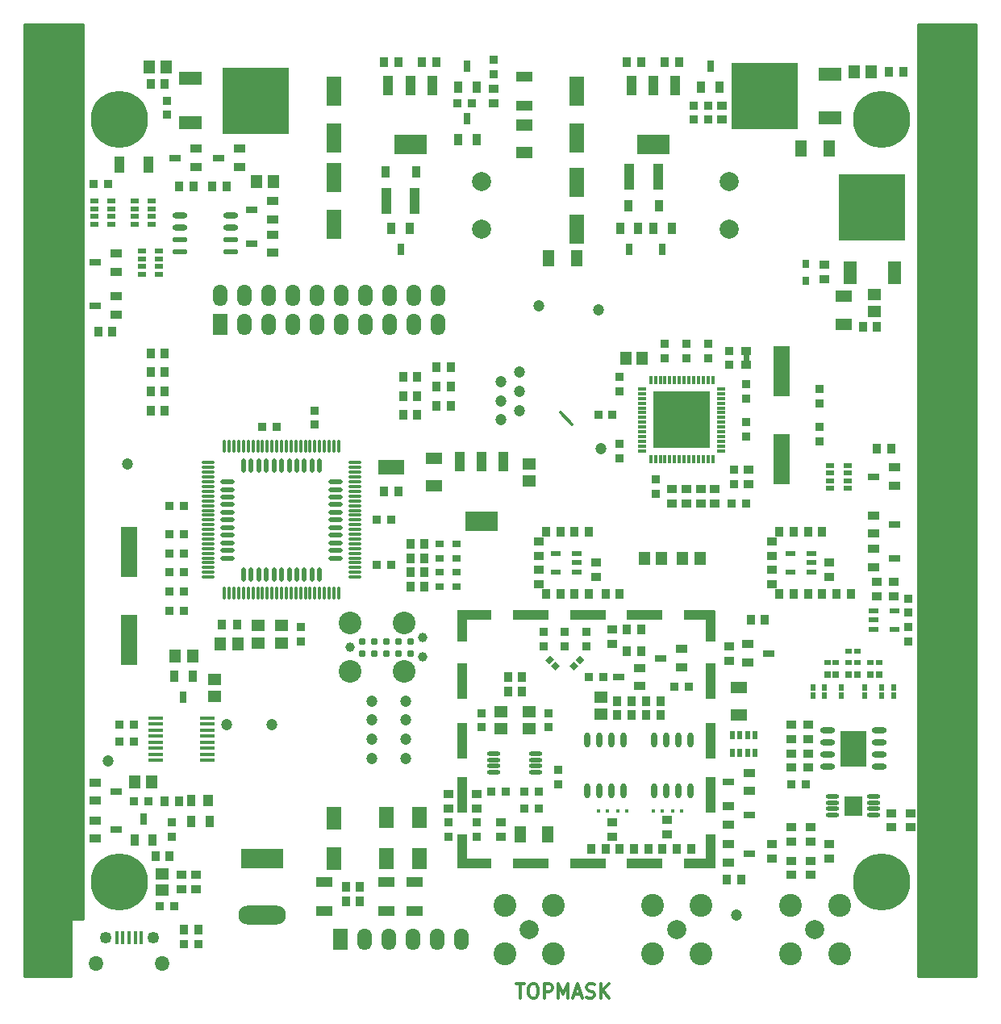
<source format=gts>
G04 #@! TF.FileFunction,Soldermask,Top*
%FSLAX46Y46*%
G04 Gerber Fmt 4.6, Leading zero omitted, Abs format (unit mm)*
G04 Created by KiCad (PCBNEW (2015-03-10 BZR 5500)-product) date Wed 11 Mar 2015 02:59:45 PM EDT*
%MOMM*%
G01*
G04 APERTURE LIST*
%ADD10C,0.100000*%
%ADD11C,0.300000*%
%ADD12C,0.600000*%
%ADD13R,1.500000X1.500000*%
%ADD14O,0.300000X1.500000*%
%ADD15O,1.500000X0.300000*%
%ADD16R,0.300000X0.900000*%
%ADD17R,0.900000X0.300000*%
%ADD18R,5.900000X5.900000*%
%ADD19O,1.550000X0.600000*%
%ADD20R,2.750000X3.800000*%
%ADD21C,1.200000*%
%ADD22R,4.500000X2.000000*%
%ADD23O,5.000000X2.000000*%
%ADD24R,1.300000X0.900000*%
%ADD25R,1.300000X0.800000*%
%ADD26O,1.550000X0.550000*%
%ADD27R,1.000000X0.850000*%
%ADD28R,0.900000X0.950000*%
%ADD29R,3.570000X1.000000*%
%ADD30R,3.800000X1.000000*%
%ADD31R,3.240000X1.000000*%
%ADD32R,1.000000X3.800000*%
%ADD33R,1.000000X3.570000*%
%ADD34R,1.000000X3.240000*%
%ADD35R,1.100000X2.700000*%
%ADD36R,1.800000X5.300000*%
%ADD37O,1.450000X0.450000*%
%ADD38R,1.900000X2.150000*%
%ADD39R,1.800000X1.050000*%
%ADD40O,1.550000X0.400000*%
%ADD41C,6.000000*%
%ADD42C,1.000000*%
%ADD43R,1.150000X1.450000*%
%ADD44R,0.950000X0.900000*%
%ADD45R,0.600000X0.650000*%
%ADD46R,0.650000X0.600000*%
%ADD47R,1.800000X1.200000*%
%ADD48R,1.450000X1.150000*%
%ADD49R,1.200000X1.800000*%
%ADD50R,1.600000X3.150000*%
%ADD51R,0.900000X1.200000*%
%ADD52R,0.300000X0.400000*%
%ADD53R,0.900000X1.300000*%
%ADD54R,0.800000X1.300000*%
%ADD55R,1.100000X1.300000*%
%ADD56R,1.450000X1.200000*%
%ADD57R,1.200000X1.450000*%
%ADD58R,0.400000X1.350000*%
%ADD59O,1.550000X1.550000*%
%ADD60O,1.250000X1.250000*%
%ADD61R,0.650000X0.700000*%
%ADD62C,2.000000*%
%ADD63R,1.100000X2.100000*%
%ADD64R,3.500000X2.100000*%
%ADD65R,1.050000X1.800000*%
%ADD66R,1.100000X0.600000*%
%ADD67O,0.600000X1.550000*%
%ADD68C,2.400000*%
%ADD69R,1.524000X2.286000*%
%ADD70O,1.524000X2.286000*%
%ADD71R,0.950000X1.000000*%
%ADD72R,1.500000X2.300000*%
%ADD73R,1.550000X2.400000*%
%ADD74R,0.800100X0.899160*%
%ADD75R,0.950000X0.550000*%
%ADD76R,0.550000X0.950000*%
%ADD77R,0.850000X1.000000*%
%ADD78R,0.899160X0.800100*%
%ADD79R,2.450000X1.450000*%
%ADD80R,6.950000X6.950000*%
%ADD81R,1.450000X2.450000*%
%ADD82O,1.500000X0.550000*%
%ADD83O,0.550000X1.500000*%
%ADD84C,0.787400*%
%ADD85C,0.990600*%
%ADD86C,2.374900*%
G04 APERTURE END LIST*
D10*
D11*
X131250000Y-65750000D02*
X132500000Y-67000000D01*
X126642857Y-125678571D02*
X127500000Y-125678571D01*
X127071429Y-127178571D02*
X127071429Y-125678571D01*
X128285714Y-125678571D02*
X128571428Y-125678571D01*
X128714286Y-125750000D01*
X128857143Y-125892857D01*
X128928571Y-126178571D01*
X128928571Y-126678571D01*
X128857143Y-126964286D01*
X128714286Y-127107143D01*
X128571428Y-127178571D01*
X128285714Y-127178571D01*
X128142857Y-127107143D01*
X128000000Y-126964286D01*
X127928571Y-126678571D01*
X127928571Y-126178571D01*
X128000000Y-125892857D01*
X128142857Y-125750000D01*
X128285714Y-125678571D01*
X129571429Y-127178571D02*
X129571429Y-125678571D01*
X130142857Y-125678571D01*
X130285715Y-125750000D01*
X130357143Y-125821429D01*
X130428572Y-125964286D01*
X130428572Y-126178571D01*
X130357143Y-126321429D01*
X130285715Y-126392857D01*
X130142857Y-126464286D01*
X129571429Y-126464286D01*
X131071429Y-127178571D02*
X131071429Y-125678571D01*
X131571429Y-126750000D01*
X132071429Y-125678571D01*
X132071429Y-127178571D01*
X132714286Y-126750000D02*
X133428572Y-126750000D01*
X132571429Y-127178571D02*
X133071429Y-125678571D01*
X133571429Y-127178571D01*
X134000000Y-127107143D02*
X134214286Y-127178571D01*
X134571429Y-127178571D01*
X134714286Y-127107143D01*
X134785715Y-127035714D01*
X134857143Y-126892857D01*
X134857143Y-126750000D01*
X134785715Y-126607143D01*
X134714286Y-126535714D01*
X134571429Y-126464286D01*
X134285715Y-126392857D01*
X134142857Y-126321429D01*
X134071429Y-126250000D01*
X134000000Y-126107143D01*
X134000000Y-125964286D01*
X134071429Y-125821429D01*
X134142857Y-125750000D01*
X134285715Y-125678571D01*
X134642857Y-125678571D01*
X134857143Y-125750000D01*
X135500000Y-127178571D02*
X135500000Y-125678571D01*
X136357143Y-127178571D02*
X135714286Y-126321429D01*
X136357143Y-125678571D02*
X135500000Y-126535714D01*
D12*
X150750000Y-59250000D02*
X150750000Y-60750000D01*
D13*
X112900000Y-71500000D03*
X114100000Y-71500000D03*
D14*
X96000000Y-84700000D03*
X96500000Y-84700000D03*
X97000000Y-84700000D03*
X97500000Y-84700000D03*
X98000000Y-84700000D03*
X98500000Y-84700000D03*
X99000000Y-84700000D03*
X99500000Y-84700000D03*
X100000000Y-84700000D03*
X100500000Y-84700000D03*
X101000000Y-84700000D03*
X101500000Y-84700000D03*
X102000000Y-84700000D03*
X102500000Y-84700000D03*
X103000000Y-84700000D03*
X103500000Y-84700000D03*
X104000000Y-84700000D03*
X104500000Y-84700000D03*
X105000000Y-84700000D03*
X105500000Y-84700000D03*
X106000000Y-84700000D03*
X106500000Y-84700000D03*
X107000000Y-84700000D03*
X107500000Y-84700000D03*
X108000000Y-84700000D03*
D15*
X109700000Y-83000000D03*
X109700000Y-82500000D03*
X109700000Y-82000000D03*
X109700000Y-81500000D03*
X109700000Y-81000000D03*
X109700000Y-80500000D03*
X109700000Y-80000000D03*
X109700000Y-79500000D03*
X109700000Y-79000000D03*
X109700000Y-78500000D03*
X109700000Y-78000000D03*
X109700000Y-77500000D03*
X109700000Y-77000000D03*
X109700000Y-76500000D03*
X109700000Y-76000000D03*
X109700000Y-75500000D03*
X109700000Y-75000000D03*
X109700000Y-74500000D03*
X109700000Y-74000000D03*
X109700000Y-73500000D03*
X109700000Y-73000000D03*
X109700000Y-72500000D03*
X109700000Y-72000000D03*
X109700000Y-71500000D03*
X109700000Y-71000000D03*
D14*
X108000000Y-69300000D03*
X107500000Y-69300000D03*
X107000000Y-69300000D03*
X106500000Y-69300000D03*
X106000000Y-69300000D03*
X105500000Y-69300000D03*
X105000000Y-69300000D03*
X104500000Y-69300000D03*
X104000000Y-69300000D03*
X103500000Y-69300000D03*
X103000000Y-69300000D03*
X102500000Y-69300000D03*
X102000000Y-69300000D03*
X101500000Y-69300000D03*
X101000000Y-69300000D03*
X100500000Y-69300000D03*
X100000000Y-69300000D03*
X99500000Y-69300000D03*
X99000000Y-69300000D03*
X98500000Y-69300000D03*
X98000000Y-69300000D03*
X97500000Y-69300000D03*
X97000000Y-69300000D03*
X96500000Y-69300000D03*
X96000000Y-69300000D03*
D15*
X94300000Y-71000000D03*
X94300000Y-71500000D03*
X94300000Y-72000000D03*
X94300000Y-72500000D03*
X94300000Y-73000000D03*
X94300000Y-73500000D03*
X94300000Y-74000000D03*
X94300000Y-74500000D03*
X94300000Y-75000000D03*
X94300000Y-75500000D03*
X94300000Y-76000000D03*
X94300000Y-76500000D03*
X94300000Y-77000000D03*
X94300000Y-77500000D03*
X94300000Y-78000000D03*
X94300000Y-78500000D03*
X94300000Y-79000000D03*
X94300000Y-79500000D03*
X94300000Y-80000000D03*
X94300000Y-80500000D03*
X94300000Y-81000000D03*
X94300000Y-81500000D03*
X94300000Y-82000000D03*
X94300000Y-82500000D03*
X94300000Y-83000000D03*
D16*
X140750000Y-70650000D03*
X141250000Y-70650000D03*
X141750000Y-70650000D03*
X142250000Y-70650000D03*
X142750000Y-70650000D03*
X143250000Y-70650000D03*
X143750000Y-70650000D03*
X144250000Y-70650000D03*
X144750000Y-70650000D03*
X145250000Y-70650000D03*
X145750000Y-70650000D03*
X146250000Y-70650000D03*
X146750000Y-70650000D03*
X147250000Y-70650000D03*
D17*
X148150000Y-69750000D03*
X148150000Y-69250000D03*
X148150000Y-68750000D03*
X148150000Y-68250000D03*
X148150000Y-67750000D03*
X148150000Y-67250000D03*
X148150000Y-66750000D03*
X148150000Y-66250000D03*
X148150000Y-65750000D03*
X148150000Y-65250000D03*
X148150000Y-64750000D03*
X148150000Y-64250000D03*
X148150000Y-63750000D03*
X148150000Y-63250000D03*
D16*
X147250000Y-62350000D03*
X146750000Y-62350000D03*
X146250000Y-62350000D03*
X145750000Y-62350000D03*
X145250000Y-62350000D03*
X144750000Y-62350000D03*
X144250000Y-62350000D03*
X143750000Y-62350000D03*
X143250000Y-62350000D03*
X142750000Y-62350000D03*
X142250000Y-62350000D03*
X141750000Y-62350000D03*
X141250000Y-62350000D03*
X140750000Y-62350000D03*
D17*
X139850000Y-63250000D03*
X139850000Y-63750000D03*
X139850000Y-64250000D03*
X139850000Y-64750000D03*
X139850000Y-65250000D03*
X139850000Y-65750000D03*
X139850000Y-66250000D03*
X139850000Y-66750000D03*
X139850000Y-67250000D03*
X139850000Y-67750000D03*
X139850000Y-68250000D03*
X139850000Y-68750000D03*
X139850000Y-69250000D03*
X139850000Y-69750000D03*
D18*
X144000000Y-66500000D03*
D19*
X159300000Y-99095000D03*
X159300000Y-100365000D03*
X159300000Y-101635000D03*
X159300000Y-102905000D03*
X164700000Y-102905000D03*
X164700000Y-101635000D03*
X164700000Y-100365000D03*
X164700000Y-99095000D03*
D20*
X162000000Y-101000000D03*
D21*
X85800000Y-71100000D03*
X101000000Y-98500000D03*
D22*
X100000000Y-112500000D03*
D23*
X100000000Y-118500000D03*
D24*
X97600000Y-39950000D03*
X97600000Y-38050000D03*
D25*
X95400000Y-39000000D03*
D19*
X91300000Y-45095000D03*
X91300000Y-46365000D03*
D26*
X91300000Y-47635000D03*
X91300000Y-48905000D03*
X96700000Y-48905000D03*
X96700000Y-47635000D03*
D19*
X96700000Y-46365000D03*
X96700000Y-45095000D03*
D27*
X91500000Y-114250000D03*
X91500000Y-115750000D03*
D28*
X86500000Y-98500000D03*
X85000000Y-98500000D03*
X85000000Y-100250000D03*
X86500000Y-100250000D03*
D24*
X148900000Y-107050000D03*
X148900000Y-108950000D03*
D25*
X151100000Y-108000000D03*
D27*
X150750000Y-59250000D03*
X150750000Y-60750000D03*
D29*
X122250000Y-113035000D03*
D30*
X128135000Y-113035000D03*
X134135000Y-113035000D03*
X140135000Y-113035000D03*
D31*
X145855000Y-113035000D03*
D30*
X140135000Y-86965000D03*
X134135000Y-86965000D03*
D29*
X122250000Y-86965000D03*
D30*
X128135000Y-86965000D03*
D31*
X145855000Y-86965000D03*
D32*
X120965000Y-100135000D03*
X120965000Y-93865000D03*
D33*
X120965000Y-111750000D03*
D32*
X120965000Y-105865000D03*
D34*
X120965000Y-88145000D03*
X147035000Y-88145000D03*
D32*
X147035000Y-105865000D03*
D33*
X147035000Y-111750000D03*
D32*
X147035000Y-100135000D03*
X147035000Y-93865000D03*
D35*
X113000000Y-43500000D03*
X116000000Y-43500000D03*
D36*
X154500000Y-61400000D03*
X154500000Y-70600000D03*
D37*
X164150000Y-107975000D03*
X164150000Y-107325000D03*
X164150000Y-106675000D03*
X164150000Y-106025000D03*
X159850000Y-106025000D03*
X159850000Y-106675000D03*
X159850000Y-107325000D03*
X159850000Y-107975000D03*
D38*
X162000000Y-107000000D03*
D39*
X106500000Y-115000000D03*
X106500000Y-118000000D03*
D40*
X94200000Y-102205000D03*
X94200000Y-101575000D03*
X94200000Y-100945000D03*
X94200000Y-100315000D03*
X94200000Y-99685000D03*
X94200000Y-99055000D03*
X94200000Y-98425000D03*
X94200000Y-97795000D03*
X88800000Y-97795000D03*
X88800000Y-98425000D03*
X88800000Y-99055000D03*
X88800000Y-99685000D03*
X88800000Y-100315000D03*
X88800000Y-100945000D03*
X88800000Y-101575000D03*
X88800000Y-102205000D03*
D36*
X86000000Y-80400000D03*
X86000000Y-89600000D03*
D41*
X85000000Y-35000000D03*
D42*
X87250000Y-35000000D03*
X86125000Y-36949000D03*
X83875000Y-36949000D03*
X82750000Y-35000000D03*
X83875000Y-33051000D03*
X86125000Y-33051000D03*
D41*
X85000000Y-115000000D03*
D42*
X87250000Y-115000000D03*
X86125000Y-116949000D03*
X83875000Y-116949000D03*
X82750000Y-115000000D03*
X83875000Y-113051000D03*
X86125000Y-113051000D03*
D41*
X165000000Y-115000000D03*
D42*
X167250000Y-115000000D03*
X166125000Y-116949000D03*
X163875000Y-116949000D03*
X162750000Y-115000000D03*
X163875000Y-113051000D03*
X166125000Y-113051000D03*
D41*
X165000000Y-35000000D03*
D42*
X167250000Y-35000000D03*
X166125000Y-36949000D03*
X163875000Y-36949000D03*
X162750000Y-35000000D03*
X163875000Y-33051000D03*
X166125000Y-33051000D03*
D24*
X164150000Y-80050000D03*
X164150000Y-81950000D03*
D25*
X166350000Y-81000000D03*
D43*
X88100000Y-29500000D03*
X89900000Y-29500000D03*
D24*
X101100000Y-45450000D03*
X101100000Y-43550000D03*
D25*
X98900000Y-44500000D03*
D24*
X93000000Y-39950000D03*
X93000000Y-38050000D03*
D25*
X90800000Y-39000000D03*
D43*
X101150000Y-41500000D03*
X99350000Y-41500000D03*
D44*
X149000000Y-60750000D03*
X149000000Y-59250000D03*
D43*
X140100000Y-81000000D03*
X141900000Y-81000000D03*
X144100000Y-81000000D03*
X145900000Y-81000000D03*
D45*
X166250000Y-94550000D03*
X166250000Y-95450000D03*
X165000000Y-94550000D03*
X165000000Y-95450000D03*
D46*
X163800000Y-92000000D03*
X164700000Y-92000000D03*
D45*
X163250000Y-94550000D03*
X163250000Y-95450000D03*
D46*
X161550000Y-90750000D03*
X162450000Y-90750000D03*
X161550000Y-92000000D03*
X162450000Y-92000000D03*
D45*
X160750000Y-94550000D03*
X160750000Y-95450000D03*
D46*
X159300000Y-92000000D03*
X160200000Y-92000000D03*
D45*
X159000000Y-94550000D03*
X159000000Y-95450000D03*
X157750000Y-94550000D03*
X157750000Y-95450000D03*
D47*
X150000000Y-94550000D03*
X150000000Y-97450000D03*
D48*
X135500000Y-95600000D03*
X135500000Y-97400000D03*
D44*
X134000000Y-90250000D03*
X134000000Y-88750000D03*
X131750000Y-90250000D03*
X131750000Y-88750000D03*
X129500000Y-90250000D03*
X129500000Y-88750000D03*
D48*
X128000000Y-98900000D03*
X128000000Y-97100000D03*
X125000000Y-98900000D03*
X125000000Y-97100000D03*
D49*
X127050000Y-110000000D03*
X129950000Y-110000000D03*
D44*
X131000000Y-104750000D03*
X131000000Y-103250000D03*
D28*
X125500000Y-105500000D03*
X124000000Y-105500000D03*
D43*
X86600000Y-104500000D03*
X88400000Y-104500000D03*
D50*
X133000000Y-32050000D03*
X133000000Y-36950000D03*
X107500000Y-32050000D03*
X107500000Y-36950000D03*
X133000000Y-41550000D03*
X133000000Y-46450000D03*
X107500000Y-46000000D03*
X107500000Y-41100000D03*
D49*
X130050000Y-49550000D03*
X132950000Y-49550000D03*
D47*
X161000000Y-53550000D03*
X161000000Y-56450000D03*
D49*
X156550000Y-38000000D03*
X159450000Y-38000000D03*
D47*
X118000000Y-70550000D03*
X118000000Y-73450000D03*
D48*
X95000000Y-95500000D03*
X95000000Y-93700000D03*
D47*
X127450000Y-35550000D03*
X127450000Y-38450000D03*
D48*
X128000000Y-72900000D03*
X128000000Y-71100000D03*
D43*
X90850000Y-91250000D03*
X92650000Y-91250000D03*
D48*
X164250000Y-53350000D03*
X164250000Y-55150000D03*
D43*
X162100000Y-30000000D03*
X163900000Y-30000000D03*
D24*
X101100000Y-48950000D03*
X101100000Y-47050000D03*
D25*
X98900000Y-48000000D03*
D51*
X141600000Y-44000000D03*
X138400000Y-44000000D03*
X116100000Y-40500000D03*
X112900000Y-40500000D03*
D52*
X135300000Y-107500000D03*
X136200000Y-107500000D03*
X137300000Y-107500000D03*
X138200000Y-107500000D03*
X141050000Y-107500000D03*
X141950000Y-107500000D03*
X143050000Y-107500000D03*
X143950000Y-107500000D03*
D53*
X139450000Y-46400000D03*
X137550000Y-46400000D03*
D54*
X138500000Y-48600000D03*
D55*
X94250000Y-106400000D03*
D53*
X92550000Y-106400000D03*
X92550000Y-108600000D03*
X94450000Y-108600000D03*
X120550000Y-37100000D03*
X122450000Y-37100000D03*
D54*
X121500000Y-34900000D03*
D56*
X89500000Y-115850000D03*
X89500000Y-114150000D03*
D57*
X138150000Y-60000000D03*
X139850000Y-60000000D03*
D58*
X84700000Y-120800000D03*
X85350000Y-120800000D03*
X86000000Y-120800000D03*
X86650000Y-120800000D03*
X87300000Y-120800000D03*
D59*
X82500000Y-123500000D03*
X89500000Y-123500000D03*
D60*
X83500000Y-120800000D03*
X88500000Y-120800000D03*
D61*
X163800000Y-93250000D03*
X164700000Y-93250000D03*
X161550000Y-93250000D03*
X162450000Y-93250000D03*
X159300000Y-93250000D03*
X160200000Y-93250000D03*
D10*
G36*
X132699480Y-92795495D02*
X132204505Y-92300520D01*
X132664124Y-91840901D01*
X133159099Y-92335876D01*
X132699480Y-92795495D01*
X132699480Y-92795495D01*
G37*
G36*
X133335876Y-92159099D02*
X132840901Y-91664124D01*
X133300520Y-91204505D01*
X133795495Y-91699480D01*
X133335876Y-92159099D01*
X133335876Y-92159099D01*
G37*
G36*
X129654505Y-91699480D02*
X130149480Y-91204505D01*
X130609099Y-91664124D01*
X130114124Y-92159099D01*
X129654505Y-91699480D01*
X129654505Y-91699480D01*
G37*
G36*
X130290901Y-92335876D02*
X130785876Y-91840901D01*
X131245495Y-92300520D01*
X130750520Y-92795495D01*
X130290901Y-92335876D01*
X130290901Y-92335876D01*
G37*
D62*
X149000000Y-46500000D03*
X149000000Y-41500000D03*
X123000000Y-46500000D03*
X123000000Y-41500000D03*
D24*
X166350000Y-73400000D03*
X166350000Y-71500000D03*
D25*
X164150000Y-72450000D03*
D24*
X164150000Y-76550000D03*
X164150000Y-78450000D03*
D25*
X166350000Y-77500000D03*
D24*
X148900000Y-111050000D03*
X148900000Y-112950000D03*
D25*
X151100000Y-112000000D03*
D24*
X151100000Y-105450000D03*
X151100000Y-103550000D03*
D25*
X148900000Y-104500000D03*
D24*
X150900000Y-90050000D03*
X150900000Y-91950000D03*
D25*
X153100000Y-91000000D03*
D24*
X139600000Y-94450000D03*
X139600000Y-92550000D03*
D25*
X137400000Y-93500000D03*
D24*
X144000000Y-92450000D03*
X144000000Y-90550000D03*
D25*
X141800000Y-91500000D03*
D53*
X146050000Y-31600000D03*
X147950000Y-31600000D03*
D54*
X147000000Y-29400000D03*
D24*
X84600000Y-50950000D03*
X84600000Y-49050000D03*
D25*
X82400000Y-50000000D03*
D53*
X142950000Y-46400000D03*
X141050000Y-46400000D03*
D54*
X142000000Y-48600000D03*
D53*
X120550000Y-31600000D03*
X122450000Y-31600000D03*
D54*
X121500000Y-29400000D03*
D63*
X143300000Y-31400000D03*
X141000000Y-31400000D03*
X138700000Y-31400000D03*
D64*
X141000000Y-37600000D03*
D63*
X117800000Y-31400000D03*
X115500000Y-31400000D03*
X113200000Y-31400000D03*
D64*
X115500000Y-37600000D03*
D53*
X115450000Y-46400000D03*
X113550000Y-46400000D03*
D54*
X114500000Y-48600000D03*
D65*
X85000000Y-39750000D03*
X88000000Y-39750000D03*
D27*
X155500000Y-110750000D03*
X155500000Y-109250000D03*
X157500000Y-110750000D03*
X157500000Y-109250000D03*
X153500000Y-112500000D03*
X153500000Y-111000000D03*
X159500000Y-112500000D03*
X159500000Y-111000000D03*
X157500000Y-114250000D03*
X157500000Y-112750000D03*
X155500000Y-114250000D03*
X155500000Y-112750000D03*
D35*
X138500000Y-41000000D03*
X141500000Y-41000000D03*
D39*
X127500000Y-30500000D03*
X127500000Y-33500000D03*
D21*
X135500000Y-69500000D03*
X83750000Y-102250000D03*
X96250000Y-98500000D03*
D24*
X84600000Y-55450000D03*
X84600000Y-53550000D03*
D25*
X82400000Y-54500000D03*
D66*
X133000000Y-82450000D03*
X133000000Y-80550000D03*
X133000000Y-81500000D03*
X130800000Y-80550000D03*
X130800000Y-82450000D03*
X157600000Y-82450000D03*
X157600000Y-80550000D03*
X157600000Y-81500000D03*
X155400000Y-80550000D03*
X155400000Y-82450000D03*
X164150000Y-86550000D03*
X164150000Y-88450000D03*
X164150000Y-87500000D03*
X166350000Y-88450000D03*
X166350000Y-86550000D03*
D67*
X137905000Y-100050000D03*
X136635000Y-100050000D03*
X135365000Y-100050000D03*
X134095000Y-100050000D03*
X134095000Y-105450000D03*
X135365000Y-105450000D03*
X136635000Y-105450000D03*
X137905000Y-105450000D03*
X141095000Y-105450000D03*
X142365000Y-105450000D03*
X143635000Y-105450000D03*
X144905000Y-105450000D03*
X144905000Y-100050000D03*
X143635000Y-100050000D03*
X142365000Y-100050000D03*
X141095000Y-100050000D03*
D37*
X124300000Y-101525000D03*
X124300000Y-102175000D03*
X124300000Y-102825000D03*
X124300000Y-103475000D03*
X128700000Y-103475000D03*
X128700000Y-102825000D03*
X128700000Y-102175000D03*
X128700000Y-101525000D03*
D63*
X125300000Y-70900000D03*
X123000000Y-70900000D03*
X120700000Y-70900000D03*
D64*
X123000000Y-77100000D03*
D53*
X92650000Y-93400000D03*
X90750000Y-93400000D03*
D54*
X91700000Y-95600000D03*
D48*
X99500000Y-88100000D03*
X99500000Y-89900000D03*
D44*
X104000000Y-88250000D03*
X104000000Y-89750000D03*
D28*
X91750000Y-84500000D03*
X90250000Y-84500000D03*
X91750000Y-75500000D03*
X90250000Y-75500000D03*
D44*
X105500000Y-67000000D03*
X105500000Y-65500000D03*
D28*
X112000000Y-77000000D03*
X113500000Y-77000000D03*
D48*
X102000000Y-88100000D03*
X102000000Y-89900000D03*
D28*
X91750000Y-82500000D03*
X90250000Y-82500000D03*
X112000000Y-81750000D03*
X113500000Y-81750000D03*
X91750000Y-78500000D03*
X90250000Y-78500000D03*
X100000000Y-67250000D03*
X101500000Y-67250000D03*
D43*
X95600000Y-90000000D03*
X97400000Y-90000000D03*
D62*
X128000000Y-120000000D03*
D68*
X125450000Y-117450000D03*
X130550000Y-117450000D03*
X125450000Y-122550000D03*
X130550000Y-122550000D03*
D62*
X143500000Y-120000000D03*
D68*
X140950000Y-117450000D03*
X146050000Y-117450000D03*
X140950000Y-122550000D03*
X146050000Y-122550000D03*
D62*
X158000000Y-120000000D03*
D68*
X155450000Y-117450000D03*
X160550000Y-117450000D03*
X155450000Y-122550000D03*
X160550000Y-122550000D03*
D69*
X95570000Y-56524000D03*
D70*
X98110000Y-56524000D03*
X100650000Y-56524000D03*
X103190000Y-56524000D03*
X105730000Y-56524000D03*
X108270000Y-56524000D03*
X110810000Y-56524000D03*
X113350000Y-56524000D03*
X115890000Y-56524000D03*
X118430000Y-56524000D03*
X95570000Y-53476000D03*
X98110000Y-53476000D03*
X100650000Y-53476000D03*
X103190000Y-53476000D03*
X105730000Y-53476000D03*
X108270000Y-53476000D03*
X110810000Y-53476000D03*
X113350000Y-53476000D03*
X115890000Y-53476000D03*
X118430000Y-53476000D03*
D71*
X97300000Y-88000000D03*
X95700000Y-88000000D03*
D21*
X111500000Y-96000000D03*
D69*
X108150000Y-121000000D03*
D70*
X110690000Y-121000000D03*
X113230000Y-121000000D03*
X115770000Y-121000000D03*
X118310000Y-121000000D03*
X120850000Y-121000000D03*
D72*
X113000000Y-112500000D03*
X113000000Y-108200000D03*
X116500000Y-108200000D03*
X116500000Y-112500000D03*
D73*
X107500000Y-112500000D03*
X107500000Y-108300000D03*
D39*
X113000000Y-115000000D03*
X113000000Y-118000000D03*
X116000000Y-115000000D03*
X116000000Y-118000000D03*
D21*
X111500000Y-102000000D03*
X111500000Y-100000000D03*
X115000000Y-102000000D03*
X115000000Y-100000000D03*
X111500000Y-98000000D03*
X115000000Y-98000000D03*
X127000000Y-65500000D03*
X125000000Y-64500000D03*
X127000000Y-63500000D03*
X127000000Y-61500000D03*
X125000000Y-66500000D03*
X125000000Y-62500000D03*
X129000000Y-54500000D03*
X115000000Y-96000000D03*
D74*
X157000000Y-51899160D03*
X157000000Y-50100840D03*
D75*
X88400000Y-45950000D03*
X88400000Y-45150000D03*
X88400000Y-44350000D03*
X88400000Y-43550000D03*
X86600000Y-43550000D03*
X86600000Y-44350000D03*
X86600000Y-45150000D03*
X86600000Y-45950000D03*
X84150000Y-45950000D03*
X84150000Y-45150000D03*
X84150000Y-44350000D03*
X84150000Y-43550000D03*
X82350000Y-43550000D03*
X82350000Y-44350000D03*
X82350000Y-45150000D03*
X82350000Y-45950000D03*
X87350000Y-48800000D03*
X87350000Y-49600000D03*
X87350000Y-50400000D03*
X87350000Y-51200000D03*
X89150000Y-51200000D03*
X89150000Y-50400000D03*
X89150000Y-49600000D03*
X89150000Y-48800000D03*
X159600000Y-71300000D03*
X159600000Y-72100000D03*
X159600000Y-72900000D03*
X159600000Y-73700000D03*
X161400000Y-73700000D03*
X161400000Y-72900000D03*
X161400000Y-72100000D03*
X161400000Y-71300000D03*
D76*
X149300000Y-101400000D03*
X150100000Y-101400000D03*
X150900000Y-101400000D03*
X151700000Y-101400000D03*
X151700000Y-99600000D03*
X150900000Y-99600000D03*
X150100000Y-99600000D03*
X149300000Y-99600000D03*
D44*
X141250000Y-72750000D03*
X141250000Y-74250000D03*
D28*
X149250000Y-75250000D03*
X150750000Y-75250000D03*
D44*
X149500000Y-71750000D03*
X149500000Y-73250000D03*
X150750000Y-64250000D03*
X150750000Y-62750000D03*
X137500000Y-69000000D03*
X137500000Y-70500000D03*
D28*
X136750000Y-66000000D03*
X135250000Y-66000000D03*
D44*
X150750000Y-68250000D03*
X150750000Y-66750000D03*
X142250000Y-60000000D03*
X142250000Y-58500000D03*
X144500000Y-60000000D03*
X144500000Y-58500000D03*
X146750000Y-60000000D03*
X146750000Y-58500000D03*
X137500000Y-63500000D03*
X137500000Y-62000000D03*
D28*
X91750000Y-121500000D03*
X93250000Y-121500000D03*
X89250000Y-117500000D03*
X90750000Y-117500000D03*
X144750000Y-94500000D03*
X143250000Y-94500000D03*
D44*
X130000000Y-98750000D03*
X130000000Y-97250000D03*
X123000000Y-98750000D03*
X123000000Y-97250000D03*
D28*
X127500000Y-105500000D03*
X129000000Y-105500000D03*
X127500000Y-107250000D03*
X129000000Y-107250000D03*
D44*
X90000000Y-33000000D03*
X90000000Y-34500000D03*
D28*
X83750000Y-41750000D03*
X82250000Y-41750000D03*
X146750000Y-35000000D03*
X145250000Y-35000000D03*
D44*
X124250000Y-30250000D03*
X124250000Y-28750000D03*
X90500000Y-108750000D03*
X90500000Y-110250000D03*
D28*
X86500000Y-106500000D03*
X88000000Y-106500000D03*
D24*
X82400000Y-108550000D03*
X82400000Y-110450000D03*
D25*
X84600000Y-109500000D03*
D24*
X82400000Y-104550000D03*
X82400000Y-106450000D03*
D25*
X84600000Y-105500000D03*
D53*
X86550000Y-110600000D03*
X88450000Y-110600000D03*
D54*
X87500000Y-108400000D03*
D27*
X93000000Y-114250000D03*
X93000000Y-115750000D03*
D77*
X91750000Y-120000000D03*
X93250000Y-120000000D03*
X89750000Y-106500000D03*
X91250000Y-106500000D03*
X90250000Y-112250000D03*
X88750000Y-112250000D03*
D28*
X91750000Y-80500000D03*
X90250000Y-80500000D03*
X91750000Y-86500000D03*
X90250000Y-86500000D03*
D44*
X158500000Y-63250000D03*
X158500000Y-64750000D03*
X158500000Y-68750000D03*
X158500000Y-67250000D03*
D77*
X82750000Y-57250000D03*
X84250000Y-57250000D03*
X96250000Y-42000000D03*
X94750000Y-42000000D03*
X92750000Y-42000000D03*
X91250000Y-42000000D03*
X89750000Y-31250000D03*
X88250000Y-31250000D03*
D27*
X124250000Y-33250000D03*
X124250000Y-31750000D03*
D77*
X112750000Y-29000000D03*
X114250000Y-29000000D03*
X116750000Y-29000000D03*
X118250000Y-29000000D03*
X138250000Y-29000000D03*
X139750000Y-29000000D03*
X142250000Y-29000000D03*
X143750000Y-29000000D03*
D28*
X145250000Y-33500000D03*
X146750000Y-33500000D03*
D77*
X88250000Y-59500000D03*
X89750000Y-59500000D03*
X88250000Y-65500000D03*
X89750000Y-65500000D03*
X88250000Y-61500000D03*
X89750000Y-61500000D03*
X89750000Y-63500000D03*
X88250000Y-63500000D03*
D28*
X120450000Y-33250000D03*
X121950000Y-33250000D03*
D27*
X148250000Y-35000000D03*
X148250000Y-33500000D03*
D77*
X165750000Y-30000000D03*
X167250000Y-30000000D03*
X164500000Y-56750000D03*
X163000000Y-56750000D03*
D27*
X159000000Y-51750000D03*
X159000000Y-50250000D03*
X151000000Y-71750000D03*
X151000000Y-73250000D03*
X143000000Y-75250000D03*
X143000000Y-73750000D03*
X144500000Y-75250000D03*
X144500000Y-73750000D03*
X146000000Y-75250000D03*
X146000000Y-73750000D03*
X147500000Y-75250000D03*
X147500000Y-73750000D03*
X135000000Y-83000000D03*
X135000000Y-81500000D03*
X159500000Y-83000000D03*
X159500000Y-81500000D03*
D77*
X131250000Y-84750000D03*
X129750000Y-84750000D03*
X131250000Y-78250000D03*
X129750000Y-78250000D03*
X155750000Y-84750000D03*
X154250000Y-84750000D03*
X155750000Y-78250000D03*
X154250000Y-78250000D03*
X134250000Y-84750000D03*
X132750000Y-84750000D03*
X134250000Y-78250000D03*
X132750000Y-78250000D03*
X158750000Y-84750000D03*
X157250000Y-84750000D03*
X158750000Y-78250000D03*
X157250000Y-78250000D03*
X137500000Y-84750000D03*
X136000000Y-84750000D03*
X161750000Y-84750000D03*
X160250000Y-84750000D03*
D27*
X129000000Y-82250000D03*
X129000000Y-83750000D03*
X153500000Y-82250000D03*
X153500000Y-83750000D03*
X129000000Y-80750000D03*
X129000000Y-79250000D03*
X153500000Y-80750000D03*
X153500000Y-79250000D03*
D77*
X164500000Y-69500000D03*
X166000000Y-69500000D03*
D27*
X164500000Y-85000000D03*
X164500000Y-83500000D03*
X166250000Y-85000000D03*
X166250000Y-83500000D03*
D44*
X167750000Y-89750000D03*
X167750000Y-88250000D03*
X167750000Y-85250000D03*
X167750000Y-86750000D03*
D77*
X151250000Y-87500000D03*
X152750000Y-87500000D03*
D27*
X149000000Y-90250000D03*
X149000000Y-91750000D03*
D77*
X138750000Y-96000000D03*
X137250000Y-96000000D03*
X140250000Y-96000000D03*
X141750000Y-96000000D03*
X138750000Y-97500000D03*
X137250000Y-97500000D03*
X140250000Y-97500000D03*
X141750000Y-97500000D03*
D28*
X135750000Y-93500000D03*
X134250000Y-93500000D03*
D77*
X138250000Y-88500000D03*
X139750000Y-88500000D03*
D27*
X136750000Y-90000000D03*
X136750000Y-88500000D03*
D77*
X138250000Y-90750000D03*
X139750000Y-90750000D03*
X127250000Y-93500000D03*
X125750000Y-93500000D03*
X127250000Y-95000000D03*
X125750000Y-95000000D03*
D44*
X122500000Y-108750000D03*
X122500000Y-110250000D03*
X119500000Y-108750000D03*
X119500000Y-110250000D03*
D27*
X122500000Y-107250000D03*
X122500000Y-105750000D03*
X119500000Y-105750000D03*
X119500000Y-107250000D03*
X125000000Y-108750000D03*
X125000000Y-110250000D03*
D77*
X108750000Y-115500000D03*
X110250000Y-115500000D03*
X108750000Y-117000000D03*
X110250000Y-117000000D03*
D27*
X166000000Y-109250000D03*
X166000000Y-107750000D03*
X168000000Y-107750000D03*
X168000000Y-109250000D03*
D28*
X157000000Y-104750000D03*
X155500000Y-104750000D03*
D27*
X157250000Y-101500000D03*
X157250000Y-103000000D03*
X155500000Y-100000000D03*
X155500000Y-98500000D03*
X155500000Y-101500000D03*
X155500000Y-103000000D03*
X157250000Y-98500000D03*
X157250000Y-100000000D03*
D77*
X136000000Y-111500000D03*
X134500000Y-111500000D03*
X137500000Y-111500000D03*
X139000000Y-111500000D03*
X142000000Y-111500000D03*
X140500000Y-111500000D03*
X143500000Y-111500000D03*
X145000000Y-111500000D03*
D27*
X136750000Y-108750000D03*
X136750000Y-110250000D03*
X142500000Y-108500000D03*
X142500000Y-110000000D03*
D77*
X148750000Y-114750000D03*
X150250000Y-114750000D03*
D78*
X120399160Y-79500000D03*
X118600840Y-79500000D03*
X120399160Y-81000000D03*
X118600840Y-81000000D03*
X120399160Y-82500000D03*
X118600840Y-82500000D03*
X120399160Y-84000000D03*
X118600840Y-84000000D03*
D77*
X115500000Y-79500000D03*
X117000000Y-79500000D03*
X115500000Y-81000000D03*
X117000000Y-81000000D03*
X115500000Y-82500000D03*
X117000000Y-82500000D03*
X115500000Y-84000000D03*
X117000000Y-84000000D03*
X114750000Y-66000000D03*
X116250000Y-66000000D03*
X114750000Y-62000000D03*
X116250000Y-62000000D03*
X118250000Y-65000000D03*
X119750000Y-65000000D03*
X114750000Y-64000000D03*
X116250000Y-64000000D03*
X118250000Y-63000000D03*
X119750000Y-63000000D03*
X119750000Y-61000000D03*
X118250000Y-61000000D03*
D79*
X159600000Y-34800000D03*
X159600000Y-30200000D03*
D80*
X152700000Y-32500000D03*
D79*
X92400000Y-30700000D03*
X92400000Y-35300000D03*
D80*
X99300000Y-33000000D03*
D81*
X161700000Y-51100000D03*
X166300000Y-51100000D03*
D80*
X164000000Y-44200000D03*
D21*
X149750000Y-118500000D03*
X135250000Y-55000000D03*
D82*
X96300000Y-73000000D03*
X96300000Y-73800000D03*
X96300000Y-74600000D03*
X96300000Y-75400000D03*
X96300000Y-76200000D03*
X96300000Y-77000000D03*
X96300000Y-77800000D03*
X96300000Y-78600000D03*
X96300000Y-79400000D03*
X96300000Y-80200000D03*
X96300000Y-81000000D03*
D83*
X98000000Y-82700000D03*
X98800000Y-82700000D03*
X99600000Y-82700000D03*
X100400000Y-82700000D03*
X101200000Y-82700000D03*
X102000000Y-82700000D03*
X102800000Y-82700000D03*
X103600000Y-82700000D03*
X104400000Y-82700000D03*
X105200000Y-82700000D03*
X106000000Y-82700000D03*
D82*
X107700000Y-81000000D03*
X107700000Y-80200000D03*
X107700000Y-79400000D03*
X107700000Y-78600000D03*
X107700000Y-77800000D03*
X107700000Y-77000000D03*
X107700000Y-76200000D03*
X107700000Y-75400000D03*
X107700000Y-74600000D03*
X107700000Y-73800000D03*
X107700000Y-73000000D03*
D83*
X106000000Y-71300000D03*
X105200000Y-71300000D03*
X104400000Y-71300000D03*
X103600000Y-71300000D03*
X102800000Y-71300000D03*
X102000000Y-71300000D03*
X101200000Y-71300000D03*
X100400000Y-71300000D03*
X99600000Y-71300000D03*
X98800000Y-71300000D03*
X98000000Y-71300000D03*
D77*
X112750000Y-74000000D03*
X114250000Y-74000000D03*
D84*
X110460000Y-91020000D03*
X111730000Y-91020000D03*
X113000000Y-91020000D03*
X114270000Y-91020000D03*
X115540000Y-91020000D03*
X115540000Y-89750000D03*
X114270000Y-89750000D03*
X113000000Y-89750000D03*
X111730000Y-89750000D03*
X110460000Y-89750000D03*
D85*
X109190000Y-90385000D03*
X116810000Y-89369000D03*
X116810000Y-91401000D03*
D86*
X109190000Y-87845000D03*
X109190000Y-92925000D03*
X114905000Y-92925000D03*
X114905000Y-87845000D03*
D11*
G36*
X81150000Y-118900000D02*
X79900000Y-118900000D01*
X79900000Y-124900000D01*
X75100000Y-124900000D01*
X75100000Y-25100000D01*
X81150000Y-25100000D01*
X81150000Y-118900000D01*
X81150000Y-118900000D01*
G37*
X81150000Y-118900000D02*
X79900000Y-118900000D01*
X79900000Y-124900000D01*
X75100000Y-124900000D01*
X75100000Y-25100000D01*
X81150000Y-25100000D01*
X81150000Y-118900000D01*
G36*
X174900000Y-124900000D02*
X168850000Y-124900000D01*
X168850000Y-25100000D01*
X174900000Y-25100000D01*
X174900000Y-124900000D01*
X174900000Y-124900000D01*
G37*
X174900000Y-124900000D02*
X168850000Y-124900000D01*
X168850000Y-25100000D01*
X174900000Y-25100000D01*
X174900000Y-124900000D01*
M02*

</source>
